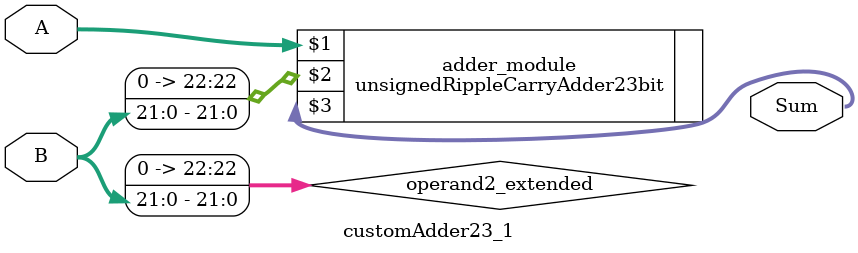
<source format=v>

module customAdder23_1(
                    input [22 : 0] A,
                    input [21 : 0] B,
                    
                    output [23 : 0] Sum
            );

    wire [22 : 0] operand2_extended;
    
    assign operand2_extended =  {1'b0, B};
    
    unsignedRippleCarryAdder23bit adder_module(
        A,
        operand2_extended,
        Sum
    );
    
endmodule
        
</source>
